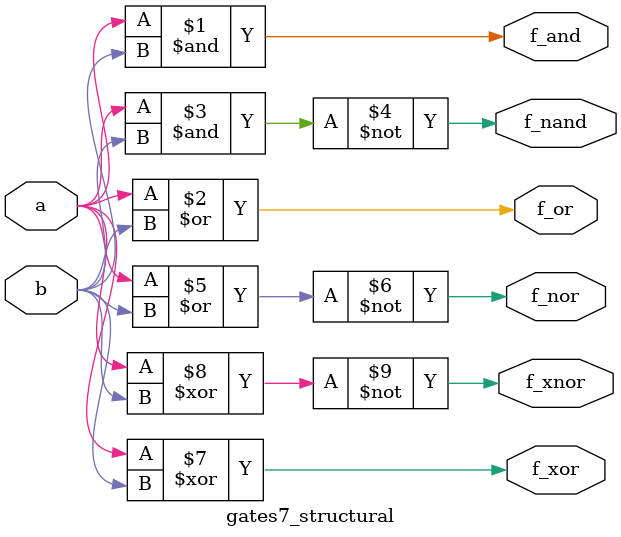
<source format=v>
module gates7_structural (a, b, f_and, f_or, f_nand, f_nor, f_xor,
                        f_xnor);
    input a, b;
    output f_and, f_or, f_nand, f_nor, f_xor, f_xnor;
    and i1 (f_and, a, b);
    or i2 (f_or, a, b);
    nand i3 (f_nand ,a ,b);
    nor i4 (f_nor, a, b);
    xor i5 (f_xor, a, b);
    xnor i6 (f_xnor, a, b);
endmodule
</source>
